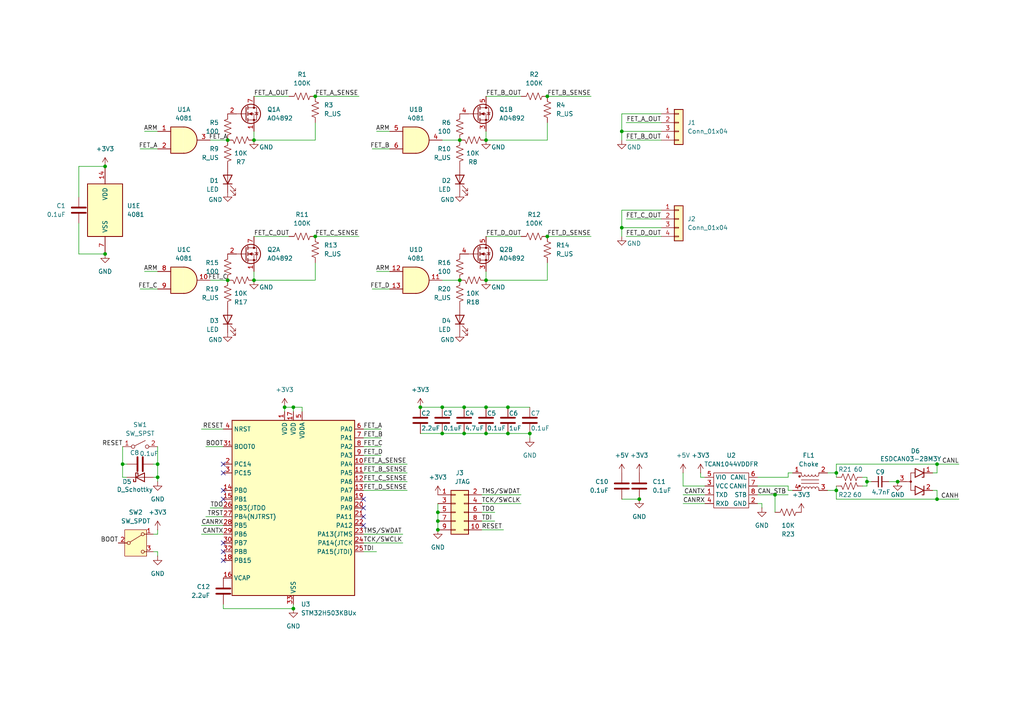
<source format=kicad_sch>
(kicad_sch (version 20231120) (generator "eeschema") (generator_version "8.0")
  (paper "A4")
  (title_block (title "Blaze IO") (date "2024-09-19") (rev "1") (company "UCSC Rocket Team") (comment 1 "Designed by Julian Barbera"))
  (lib_symbols
    (symbol "4xxx:4081" (pin_names (offset 1.016))
      (property "Reference" "U" (at 0 1.27 0))
      (property "Value" "4081" (at 0 -1.27 0))
      (symbol "4081_1_1"
        (pin input line (at -7.62 2.54 0) (length 3.81) (name "~") (number "1"))
        (pin input line (at -7.62 -2.54 0) (length 3.81) (name "~") (number "2"))
        (pin output line (at 7.62 0 180) (length 3.81) (name "~") (number "3"))
      )
      (symbol "4081_1_2"
        (pin input inverted (at -7.62 2.54 0) (length 4.318) (name "~") (number "1"))
        (pin input inverted (at -7.62 -2.54 0) (length 4.318) (name "~") (number "2"))
        (pin output inverted (at 7.62 0 180) (length 3.81) (name "~") (number "3"))
      )
      (symbol "4081_2_1"
        (pin output line (at 7.62 0 180) (length 3.81) (name "~") (number "4"))
        (pin input line (at -7.62 2.54 0) (length 3.81) (name "~") (number "5"))
        (pin input line (at -7.62 -2.54 0) (length 3.81) (name "~") (number "6"))
      )
      (symbol "4081_2_2"
        (pin output inverted (at 7.62 0 180) (length 3.81) (name "~") (number "4"))
        (pin input inverted (at -7.62 2.54 0) (length 4.318) (name "~") (number "5"))
        (pin input inverted (at -7.62 -2.54 0) (length 4.318) (name "~") (number "6"))
      )
      (symbol "4081_3_1"
        (pin output line (at 7.62 0 180) (length 3.81) (name "~") (number "10"))
        (pin input line (at -7.62 2.54 0) (length 3.81) (name "~") (number "8"))
        (pin input line (at -7.62 -2.54 0) (length 3.81) (name "~") (number "9"))
      )
      (symbol "4081_3_2"
        (pin output inverted (at 7.62 0 180) (length 3.81) (name "~") (number "10"))
        (pin input inverted (at -7.62 2.54 0) (length 4.318) (name "~") (number "8"))
        (pin input inverted (at -7.62 -2.54 0) (length 4.318) (name "~") (number "9"))
      )
      (symbol "4081_4_1"
        (pin output line (at 7.62 0 180) (length 3.81) (name "~") (number "11"))
        (pin input line (at -7.62 2.54 0) (length 3.81) (name "~") (number "12"))
        (pin input line (at -7.62 -2.54 0) (length 3.81) (name "~") (number "13"))
      )
      (symbol "4081_4_2"
        (pin output inverted (at 7.62 0 180) (length 3.81) (name "~") (number "11"))
        (pin input inverted (at -7.62 2.54 0) (length 4.318) (name "~") (number "12"))
        (pin input inverted (at -7.62 -2.54 0) (length 4.318) (name "~") (number "13"))
      )
      (symbol "4081_5_0"
        (pin power_in line (at 0 12.7 270) (length 5.08) (name "VDD") (number "14"))
        (pin power_in line (at 0 -12.7 90) (length 5.08) (name "VSS") (number "7"))
      )
    )
    (symbol "Blaze_Lib:TCAN1044"
      (property "Reference" "U" (at 0 8.636 0))
      (property "Value" "TCAN1044VDDFR" (at -0.254 6.604 0))
      (symbol "TCAN1044_0_0"
        (pin output line (at -7.62 -1.27 0) (length 2.54) (name "TXD") (number "1"))
        (pin passive line (at 7.62 -3.81 180) (length 2.54) (name "GND") (number "2"))
        (pin power_in line (at -7.62 1.27 0) (length 2.54) (name "VCC") (number "3"))
        (pin input line (at -7.62 -3.81 0) (length 2.54) (name "RXD") (number "4"))
        (pin power_in line (at -7.62 3.81 0) (length 2.54) (name "VIO") (number "5"))
        (pin bidirectional line (at 7.62 3.81 180) (length 2.54) (name "CANL") (number "6"))
        (pin bidirectional line (at 7.62 1.27 180) (length 2.54) (name "CANH") (number "7"))
        (pin input line (at 7.62 -1.27 180) (length 2.54) (name "STB") (number "8"))
      )
    )
    (symbol "Connector_Generic:Conn_01x04" (pin_names (offset 1.016) hide)
      (property "Reference" "J" (at 0 5.08 0))
      (property "Value" "Conn_01x04" (at 0 -7.62 0))
      (symbol "Conn_01x04_1_1"
        (pin passive line (at -5.08 2.54 0) (length 3.81) (name "Pin_1") (number "1"))
        (pin passive line (at -5.08 0 0) (length 3.81) (name "Pin_2") (number "2"))
        (pin passive line (at -5.08 -2.54 0) (length 3.81) (name "Pin_3") (number "3"))
        (pin passive line (at -5.08 -5.08 0) (length 3.81) (name "Pin_4") (number "4"))
      )
    )
    (symbol "Connector_Generic:Conn_02x05_Odd_Even" (pin_names (offset 1.016) hide)
      (property "Reference" "J" (at 1.27 7.62 0))
      (property "Value" "Conn_02x05_Odd_Even" (at 1.27 -7.62 0))
      (symbol "Conn_02x05_Odd_Even_1_1"
        (pin passive line (at -5.08 5.08 0) (length 3.81) (name "Pin_1") (number "1"))
        (pin passive line (at 7.62 -5.08 180) (length 3.81) (name "Pin_10") (number "10"))
        (pin passive line (at 7.62 5.08 180) (length 3.81) (name "Pin_2") (number "2"))
        (pin passive line (at -5.08 2.54 0) (length 3.81) (name "Pin_3") (number "3"))
        (pin passive line (at 7.62 2.54 180) (length 3.81) (name "Pin_4") (number "4"))
        (pin passive line (at -5.08 0 0) (length 3.81) (name "Pin_5") (number "5"))
        (pin passive line (at 7.62 0 180) (length 3.81) (name "Pin_6") (number "6"))
        (pin passive line (at -5.08 -2.54 0) (length 3.81) (name "Pin_7") (number "7"))
        (pin passive line (at 7.62 -2.54 180) (length 3.81) (name "Pin_8") (number "8"))
        (pin passive line (at -5.08 -5.08 0) (length 3.81) (name "Pin_9") (number "9"))
      )
    )
    (symbol "Device:C" (pin_numbers hide) (pin_names (offset 0.254))
      (property "Reference" "C" (at 0.635 2.54 0))
      (property "Value" "C" (at 0.635 -2.54 0))
      (symbol "C_1_1"
        (pin passive line (at 0 3.81 270) (length 2.794) (name "~") (number "1"))
        (pin passive line (at 0 -3.81 90) (length 2.794) (name "~") (number "2"))
      )
    )
    (symbol "Device:C_Small" (pin_numbers hide) (pin_names (offset 0.254) hide)
      (property "Reference" "C" (at 0.254 1.778 0))
      (property "Value" "C_Small" (at 0.254 -2.032 0))
      (symbol "C_Small_1_1"
        (pin passive line (at 0 2.54 270) (length 2.032) (name "~") (number "1"))
        (pin passive line (at 0 -2.54 90) (length 2.032) (name "~") (number "2"))
      )
    )
    (symbol "Device:D_Schottky" (pin_numbers hide) (pin_names (offset 1.016) hide)
      (property "Reference" "D" (at 0 2.54 0))
      (property "Value" "D_Schottky" (at 0 -2.54 0))
      (symbol "D_Schottky_1_1"
        (pin passive line (at -3.81 0 0) (length 2.54) (name "K") (number "1"))
        (pin passive line (at 3.81 0 180) (length 2.54) (name "A") (number "2"))
      )
    )
    (symbol "Device:LED" (pin_numbers hide) (pin_names (offset 1.016) hide)
      (property "Reference" "D" (at 0 2.54 0))
      (property "Value" "LED" (at 0 -2.54 0))
      (symbol "LED_1_1"
        (pin passive line (at -3.81 0 0) (length 2.54) (name "K") (number "1"))
        (pin passive line (at 3.81 0 180) (length 2.54) (name "A") (number "2"))
      )
    )
    (symbol "Device:R_US" (pin_numbers hide) (pin_names (offset 0))
      (property "Reference" "R" (at 2.54 0 90))
      (property "Value" "R_US" (at -2.54 0 90))
      (symbol "R_US_1_1"
        (pin passive line (at 0 3.81 270) (length 1.27) (name "~") (number "1"))
        (pin passive line (at 0 -3.81 90) (length 1.27) (name "~") (number "2"))
      )
    )
    (symbol "Filter:Choke_Coilcraft_0603USB-142" (pin_names (offset 0.254) hide)
      (property "Reference" "FL" (at 0 4.445 0))
      (property "Value" "Choke_Coilcraft_0603USB-142" (at 0 -4.445 0))
      (symbol "Choke_Coilcraft_0603USB-142_1_1"
        (pin passive line (at -5.08 2.54 0) (length 2.54) (name "1") (number "1"))
        (pin passive line (at 5.08 2.54 180) (length 2.54) (name "2") (number "2"))
        (pin passive line (at 5.08 -2.54 180) (length 2.54) (name "3") (number "3"))
        (pin passive line (at -5.08 -2.54 0) (length 2.54) (name "4") (number "4"))
      )
    )
    (symbol "MCU_ST_STM32H5:STM32H503KBUx"
      (property "Reference" "U" (at -17.78 26.67 0))
      (property "Value" "STM32H503KBUx" (at 5.08 26.67 0))
      (symbol "STM32H503KBUx_1_1"
        (pin power_in line (at -2.54 27.94 270) (length 2.54) (name "VDD") (number "1"))
        (pin bidirectional line (at 20.32 12.7 180) (length 2.54) (name "PA4") (number "10"))
        (pin bidirectional line (at 20.32 10.16 180) (length 2.54) (name "PA5") (number "11"))
        (pin bidirectional line (at 20.32 7.62 180) (length 2.54) (name "PA6") (number "12"))
        (pin bidirectional line (at 20.32 5.08 180) (length 2.54) (name "PA7") (number "13"))
        (pin bidirectional line (at -20.32 5.08 0) (length 2.54) (name "PB0") (number "14"))
        (pin bidirectional line (at -20.32 2.54 0) (length 2.54) (name "PB1") (number "15"))
        (pin power_out line (at -20.32 -20.32 0) (length 2.54) (name "VCAP") (number "16"))
        (pin power_in line (at 0 27.94 270) (length 2.54) (name "VDD") (number "17"))
        (pin bidirectional line (at -20.32 -15.24 0) (length 2.54) (name "PB15") (number "18"))
        (pin bidirectional line (at 20.32 2.54 180) (length 2.54) (name "PA8") (number "19"))
        (pin bidirectional line (at -20.32 12.7 0) (length 2.54) (name "PC14") (number "2"))
        (pin bidirectional line (at 20.32 0 180) (length 2.54) (name "PA9") (number "20"))
        (pin bidirectional line (at 20.32 -2.54 180) (length 2.54) (name "PA11") (number "21"))
        (pin bidirectional line (at 20.32 -5.08 180) (length 2.54) (name "PA12") (number "22"))
        (pin bidirectional line (at 20.32 -7.62 180) (length 2.54) (name "PA13(JTMS") (number "23"))
        (pin bidirectional line (at 20.32 -10.16 180) (length 2.54) (name "PA14(JTCK") (number "24"))
        (pin bidirectional line (at 20.32 -12.7 180) (length 2.54) (name "PA15(JTDI)") (number "25"))
        (pin bidirectional line (at -20.32 0 0) (length 2.54) (name "PB3(JTDO") (number "26"))
        (pin bidirectional line (at -20.32 -2.54 0) (length 2.54) (name "PB4(NJTRST)") (number "27"))
        (pin bidirectional line (at -20.32 -5.08 0) (length 2.54) (name "PB5") (number "28"))
        (pin bidirectional line (at -20.32 -7.62 0) (length 2.54) (name "PB6") (number "29"))
        (pin bidirectional line (at -20.32 10.16 0) (length 2.54) (name "PC15") (number "3"))
        (pin bidirectional line (at -20.32 -10.16 0) (length 2.54) (name "PB7") (number "30"))
        (pin input line (at -20.32 17.78 0) (length 2.54) (name "BOOT0") (number "31"))
        (pin bidirectional line (at -20.32 -12.7 0) (length 2.54) (name "PB8") (number "32"))
        (pin power_in line (at 0 -27.94 90) (length 2.54) (name "VSS") (number "33"))
        (pin input line (at -20.32 22.86 0) (length 2.54) (name "NRST") (number "4"))
        (pin power_in line (at 2.54 27.94 270) (length 2.54) (name "VDDA") (number "5"))
        (pin bidirectional line (at 20.32 22.86 180) (length 2.54) (name "PA0") (number "6"))
        (pin bidirectional line (at 20.32 20.32 180) (length 2.54) (name "PA1") (number "7"))
        (pin bidirectional line (at 20.32 17.78 180) (length 2.54) (name "PA2") (number "8"))
        (pin bidirectional line (at 20.32 15.24 180) (length 2.54) (name "PA3") (number "9"))
      )
    )
    (symbol "Power_Protection:RCLAMP0582B" (pin_names hide)
      (property "Reference" "D" (at 0 5.08 0))
      (property "Value" "RCLAMP0582B" (at 0 -5.08 0))
      (symbol "RCLAMP0582B_0_1"
        (pin passive line (at -5.08 0 0) (length 2.54) (name "A") (number "3"))
      )
      (symbol "RCLAMP0582B_1_1"
        (pin passive line (at 5.08 2.54 180) (length 2.54) (name "K1") (number "1"))
        (pin passive line (at 5.08 -2.54 180) (length 2.54) (name "K2") (number "2"))
      )
    )
    (symbol "Switch:SW_SPDT" (pin_names (offset 0) hide)
      (property "Reference" "SW" (at 0 5.08 0))
      (property "Value" "SW_SPDT" (at 0 -5.08 0))
      (symbol "SW_SPDT_1_1"
        (pin passive line (at 5.08 2.54 180) (length 2.54) (name "A") (number "1"))
        (pin passive line (at -5.08 0 0) (length 2.54) (name "B") (number "2"))
        (pin passive line (at 5.08 -2.54 180) (length 2.54) (name "C") (number "3"))
      )
    )
    (symbol "Switch:SW_SPST" (pin_names (offset 0) hide)
      (property "Reference" "SW" (at 0 3.175 0))
      (property "Value" "SW_SPST" (at 0 -2.54 0))
      (symbol "SW_SPST_1_1"
        (pin passive line (at -5.08 0 0) (length 2.54) (name "A") (number "1"))
        (pin passive line (at 5.08 0 180) (length 2.54) (name "B") (number "2"))
      )
    )
    (symbol "Transistor_FET:AO4892" (pin_names hide)
      (property "Reference" "Q" (at 5.08 1.905 0))
      (property "Value" "AO4892" (at 5.08 0 0))
      (symbol "AO4892_1_1"
        (pin passive line (at 2.54 -5.08 90) (length 2.54) (name "S1") (number "1"))
        (pin passive line (at -5.08 0 0) (length 2.54) (name "G1") (number "2"))
        (pin passive line (at 2.54 5.08 270) (length 2.54) (name "D1") (number "7"))
        (pin passive line (at 2.54 5.08 270) (length 2.54) hide (name "D1") (number "8"))
      )
      (symbol "AO4892_2_1"
        (pin passive line (at 2.54 -5.08 90) (length 2.54) (name "S2") (number "3"))
        (pin passive line (at -5.08 0 0) (length 2.54) (name "G2") (number "4"))
        (pin passive line (at 2.54 5.08 270) (length 2.54) (name "D2") (number "5"))
        (pin passive line (at 2.54 5.08 270) (length 2.54) hide (name "D2") (number "6"))
      )
    )
    (symbol "power:+3V3" (power) (pin_numbers hide) (pin_names (offset 0) hide)
      (property "Value" "+3V3" (at 0 3.556 0))
      (symbol "+3V3_1_1"
        (pin power_in line (at 0 0 90) (length 0) (name "~") (number "1"))
      )
    )
    (symbol "power:GND" (power) (pin_numbers hide) (pin_names (offset 0) hide)
      (property "Value" "GND" (at 0 -3.81 0))
      (symbol "GND_1_1"
        (pin power_in line (at 0 0 270) (length 0) (name "~") (number "1"))
      )
    )
  )
  (junction (at 134.62 118.11))
  (junction (at 158.75 68.58))
  (junction (at 147.32 125.73))
  (junction (at 140.97 125.73))
  (junction (at 180.34 66.04))
  (junction (at 91.44 27.94))
  (junction (at 185.42 144.78))
  (junction (at 35.56 134.62))
  (junction (at 45.72 134.62))
  (junction (at 134.62 125.73))
  (junction (at 85.09 176.53))
  (junction (at 133.35 40.64))
  (junction (at 73.66 81.28))
  (junction (at 133.35 81.28))
  (junction (at 30.48 48.26))
  (junction (at 127 148.59))
  (junction (at 127 151.13))
  (junction (at 153.67 125.73))
  (junction (at 147.32 118.11))
  (junction (at 260.35 139.7))
  (junction (at 140.97 40.64))
  (junction (at 127 153.67))
  (junction (at 180.34 38.1))
  (junction (at 82.55 118.11))
  (junction (at 158.75 27.94))
  (junction (at 128.27 118.11))
  (junction (at 30.48 73.66))
  (junction (at 140.97 118.11))
  (junction (at 66.04 40.64))
  (junction (at 66.04 81.28))
  (junction (at 85.09 118.11))
  (junction (at 121.92 118.11))
  (junction (at 91.44 68.58))
  (junction (at 242.57 137.16))
  (junction (at 45.72 138.43))
  (junction (at 128.27 125.73))
  (junction (at 251.46 139.7))
  (junction (at 271.78 134.62))
  (junction (at 140.97 81.28))
  (junction (at 242.57 142.24))
  (junction (at 73.66 40.64))
  (junction (at 224.79 143.51))
  (junction (at 271.78 144.78))
  (no_connect (at 64.77 142.24))
  (no_connect (at 64.77 137.16))
  (no_connect (at 64.77 157.48))
  (no_connect (at 64.77 160.02))
  (no_connect (at 105.41 144.78))
  (no_connect (at 64.77 134.62))
  (no_connect (at 105.41 149.86))
  (no_connect (at 64.77 162.56))
  (no_connect (at 105.41 147.32))
  (no_connect (at 105.41 152.4))
  (no_connect (at 64.77 144.78))
  (wire (pts (xy 64.77 175.26) (xy 64.77 176.53)))
  (wire (pts (xy 41.91 78.74) (xy 45.72 78.74)))
  (wire (pts (xy 85.09 118.11) (xy 87.63 118.11)))
  (wire (pts (xy 228.6 138.43) (xy 228.6 137.16)))
  (wire (pts (xy 121.92 118.11) (xy 128.27 118.11)))
  (wire (pts (xy 91.44 40.64) (xy 91.44 35.56)))
  (wire (pts (xy 105.41 157.48) (xy 116.84 157.48)))
  (wire (pts (xy 109.22 78.74) (xy 113.03 78.74)))
  (wire (pts (xy 158.75 76.2) (xy 158.75 81.28)))
  (wire (pts (xy 180.34 38.1) (xy 180.34 33.02)))
  (wire (pts (xy 181.61 68.58) (xy 191.77 68.58)))
  (wire (pts (xy 203.2 137.16) (xy 203.2 138.43)))
  (wire (pts (xy 22.86 48.26) (xy 30.48 48.26)))
  (wire (pts (xy 181.61 35.56) (xy 191.77 35.56)))
  (wire (pts (xy 45.72 160.02) (xy 44.45 160.02)))
  (wire (pts (xy 240.03 142.24) (xy 242.57 142.24)))
  (wire (pts (xy 140.97 68.58) (xy 151.13 68.58)))
  (wire (pts (xy 45.72 138.43) (xy 45.72 139.7)))
  (wire (pts (xy 250.19 140.97) (xy 251.46 140.97)))
  (wire (pts (xy 128.27 125.73) (xy 134.62 125.73)))
  (wire (pts (xy 139.7 148.59) (xy 143.51 148.59)))
  (wire (pts (xy 91.44 27.94) (xy 104.14 27.94)))
  (wire (pts (xy 85.09 118.11) (xy 85.09 119.38)))
  (wire (pts (xy 35.56 134.62) (xy 36.83 134.62)))
  (wire (pts (xy 45.72 138.43) (xy 44.45 138.43)))
  (wire (pts (xy 45.72 153.67) (xy 45.72 154.94)))
  (wire (pts (xy 41.91 38.1) (xy 45.72 38.1)))
  (wire (pts (xy 204.47 140.97) (xy 198.12 140.97)))
  (wire (pts (xy 105.41 134.62) (xy 118.11 134.62)))
  (wire (pts (xy 180.34 38.1) (xy 191.77 38.1)))
  (wire (pts (xy 242.57 134.62) (xy 271.78 134.62)))
  (wire (pts (xy 134.62 125.73) (xy 140.97 125.73)))
  (wire (pts (xy 58.42 154.94) (xy 64.77 154.94)))
  (wire (pts (xy 40.64 83.82) (xy 45.72 83.82)))
  (wire (pts (xy 180.34 60.96) (xy 180.34 66.04)))
  (wire (pts (xy 219.71 143.51) (xy 224.79 143.51)))
  (wire (pts (xy 134.62 118.11) (xy 140.97 118.11)))
  (wire (pts (xy 35.56 129.54) (xy 35.56 134.62)))
  (wire (pts (xy 60.96 147.32) (xy 64.77 147.32)))
  (wire (pts (xy 35.56 134.62) (xy 35.56 138.43)))
  (wire (pts (xy 139.7 153.67) (xy 146.05 153.67)))
  (wire (pts (xy 242.57 144.78) (xy 271.78 144.78)))
  (wire (pts (xy 82.55 118.11) (xy 82.55 119.38)))
  (wire (pts (xy 271.78 134.62) (xy 278.13 134.62)))
  (wire (pts (xy 158.75 40.64) (xy 140.97 40.64)))
  (wire (pts (xy 60.96 81.28) (xy 66.04 81.28)))
  (wire (pts (xy 139.7 151.13) (xy 143.51 151.13)))
  (wire (pts (xy 105.41 160.02) (xy 109.22 160.02)))
  (wire (pts (xy 140.97 78.74) (xy 140.97 81.28)))
  (wire (pts (xy 242.57 137.16) (xy 242.57 138.43)))
  (wire (pts (xy 180.34 33.02) (xy 191.77 33.02)))
  (wire (pts (xy 128.27 81.28) (xy 133.35 81.28)))
  (wire (pts (xy 271.78 137.16) (xy 271.78 134.62)))
  (wire (pts (xy 22.86 73.66) (xy 30.48 73.66)))
  (wire (pts (xy 219.71 138.43) (xy 228.6 138.43)))
  (wire (pts (xy 181.61 40.64) (xy 191.77 40.64)))
  (wire (pts (xy 153.67 125.73) (xy 147.32 125.73)))
  (wire (pts (xy 105.41 137.16) (xy 118.11 137.16)))
  (wire (pts (xy 203.2 138.43) (xy 204.47 138.43)))
  (wire (pts (xy 198.12 143.51) (xy 204.47 143.51)))
  (wire (pts (xy 105.41 154.94) (xy 116.84 154.94)))
  (wire (pts (xy 60.96 40.64) (xy 66.04 40.64)))
  (wire (pts (xy 127 151.13) (xy 127 153.67)))
  (wire (pts (xy 73.66 78.74) (xy 73.66 81.28)))
  (wire (pts (xy 251.46 139.7) (xy 252.73 139.7)))
  (wire (pts (xy 257.81 139.7) (xy 260.35 139.7)))
  (wire (pts (xy 45.72 154.94) (xy 44.45 154.94)))
  (wire (pts (xy 105.41 129.54) (xy 110.49 129.54)))
  (wire (pts (xy 40.64 43.18) (xy 45.72 43.18)))
  (wire (pts (xy 128.27 40.64) (xy 133.35 40.64)))
  (wire (pts (xy 105.41 124.46) (xy 110.49 124.46)))
  (wire (pts (xy 228.6 142.24) (xy 229.87 142.24)))
  (wire (pts (xy 121.92 125.73) (xy 128.27 125.73)))
  (wire (pts (xy 107.95 43.18) (xy 113.03 43.18)))
  (wire (pts (xy 59.69 149.86) (xy 64.77 149.86)))
  (wire (pts (xy 140.97 118.11) (xy 147.32 118.11)))
  (wire (pts (xy 158.75 27.94) (xy 171.45 27.94)))
  (wire (pts (xy 180.34 66.04) (xy 191.77 66.04)))
  (wire (pts (xy 73.66 27.94) (xy 83.82 27.94)))
  (wire (pts (xy 158.75 68.58) (xy 171.45 68.58)))
  (wire (pts (xy 250.19 138.43) (xy 251.46 138.43)))
  (wire (pts (xy 128.27 118.11) (xy 134.62 118.11)))
  (wire (pts (xy 220.98 147.32) (xy 220.98 146.05)))
  (wire (pts (xy 158.75 81.28) (xy 140.97 81.28)))
  (wire (pts (xy 45.72 134.62) (xy 44.45 134.62)))
  (wire (pts (xy 45.72 134.62) (xy 45.72 138.43)))
  (wire (pts (xy 127 148.59) (xy 127 151.13)))
  (wire (pts (xy 105.41 139.7) (xy 118.11 139.7)))
  (wire (pts (xy 107.95 83.82) (xy 113.03 83.82)))
  (wire (pts (xy 242.57 137.16) (xy 242.57 134.62)))
  (wire (pts (xy 228.6 140.97) (xy 228.6 142.24)))
  (wire (pts (xy 91.44 81.28) (xy 91.44 76.2)))
  (wire (pts (xy 85.09 176.53) (xy 85.09 175.26)))
  (wire (pts (xy 180.34 68.58) (xy 180.34 66.04)))
  (wire (pts (xy 105.41 142.24) (xy 118.11 142.24)))
  (wire (pts (xy 147.32 118.11) (xy 153.67 118.11)))
  (wire (pts (xy 270.51 137.16) (xy 271.78 137.16)))
  (wire (pts (xy 270.51 142.24) (xy 271.78 142.24)))
  (wire (pts (xy 224.79 143.51) (xy 224.79 148.59)))
  (wire (pts (xy 139.7 146.05) (xy 151.13 146.05)))
  (wire (pts (xy 73.66 38.1) (xy 73.66 40.64)))
  (wire (pts (xy 109.22 38.1) (xy 113.03 38.1)))
  (wire (pts (xy 64.77 176.53) (xy 85.09 176.53)))
  (wire (pts (xy 59.69 129.54) (xy 64.77 129.54)))
  (wire (pts (xy 45.72 129.54) (xy 45.72 134.62)))
  (wire (pts (xy 73.66 40.64) (xy 91.44 40.64)))
  (wire (pts (xy 82.55 118.11) (xy 85.09 118.11)))
  (wire (pts (xy 242.57 142.24) (xy 242.57 144.78)))
  (wire (pts (xy 219.71 140.97) (xy 228.6 140.97)))
  (wire (pts (xy 140.97 38.1) (xy 140.97 40.64)))
  (wire (pts (xy 191.77 60.96) (xy 180.34 60.96)))
  (wire (pts (xy 73.66 81.28) (xy 91.44 81.28)))
  (wire (pts (xy 58.42 124.46) (xy 64.77 124.46)))
  (wire (pts (xy 105.41 132.08) (xy 110.49 132.08)))
  (wire (pts (xy 140.97 125.73) (xy 147.32 125.73)))
  (wire (pts (xy 224.79 143.51) (xy 228.6 143.51)))
  (wire (pts (xy 271.78 142.24) (xy 271.78 144.78)))
  (wire (pts (xy 45.72 160.02) (xy 45.72 161.29)))
  (wire (pts (xy 91.44 68.58) (xy 104.14 68.58)))
  (wire (pts (xy 240.03 137.16) (xy 242.57 137.16)))
  (wire (pts (xy 198.12 140.97) (xy 198.12 137.16)))
  (wire (pts (xy 22.86 57.15) (xy 22.86 48.26)))
  (wire (pts (xy 58.42 152.4) (xy 64.77 152.4)))
  (wire (pts (xy 153.67 127) (xy 153.67 125.73)))
  (wire (pts (xy 242.57 142.24) (xy 242.57 140.97)))
  (wire (pts (xy 105.41 127) (xy 110.49 127)))
  (wire (pts (xy 87.63 118.11) (xy 87.63 119.38)))
  (wire (pts (xy 180.34 144.78) (xy 185.42 144.78)))
  (wire (pts (xy 22.86 64.77) (xy 22.86 73.66)))
  (wire (pts (xy 180.34 40.64) (xy 180.34 38.1)))
  (wire (pts (xy 198.12 146.05) (xy 204.47 146.05)))
  (wire (pts (xy 139.7 143.51) (xy 151.13 143.51)))
  (wire (pts (xy 35.56 138.43) (xy 36.83 138.43)))
  (wire (pts (xy 127 146.05) (xy 127 148.59)))
  (wire (pts (xy 271.78 144.78) (xy 278.13 144.78)))
  (wire (pts (xy 73.66 68.58) (xy 83.82 68.58)))
  (wire (pts (xy 251.46 140.97) (xy 251.46 139.7)))
  (wire (pts (xy 140.97 27.94) (xy 151.13 27.94)))
  (wire (pts (xy 251.46 138.43) (xy 251.46 139.7)))
  (wire (pts (xy 181.61 63.5) (xy 191.77 63.5)))
  (wire (pts (xy 220.98 146.05) (xy 219.71 146.05)))
  (wire (pts (xy 228.6 137.16) (xy 229.87 137.16)))
  (wire (pts (xy 158.75 35.56) (xy 158.75 40.64)))
  (label "FET_A_SENSE" (at 91.44 27.94 0))
  (label "TCK{slash}SWCLK" (at 105.41 157.48 0))
  (label "RESET" (at 64.77 124.46 180))
  (label "FET_B_SENSE" (at 158.75 27.94 0))
  (label "TDO" (at 64.77 147.32 180))
  (label "TRST" (at 64.77 149.86 180))
  (label "CANH" (at 278.13 144.78 180))
  (label "ARM" (at 45.72 78.74 180))
  (label "FET_C" (at 105.41 129.54 0))
  (label "FET_B_SENSE" (at 105.41 137.16 0))
  (label "FET_A" (at 66.04 40.64 180))
  (label "CANRX" (at 64.77 152.4 180))
  (label "RESET" (at 139.7 153.67 0))
  (label "FET_C_SENSE" (at 91.44 68.58 0))
  (label "FET_D_OUT" (at 140.97 68.58 0))
  (label "CANTX" (at 64.77 154.94 180))
  (label "TDI" (at 105.41 160.02 0))
  (label "RESET" (at 35.56 129.54 180))
  (label "ARM" (at 113.03 78.74 180))
  (label "FET_A_SENSE" (at 105.41 134.62 0))
  (label "TDI" (at 139.7 151.13 0))
  (label "TMS{slash}SWDAT" (at 139.7 143.51 0))
  (label "FET_B_OUT" (at 140.97 27.94 0))
  (label "TMS{slash}SWDAT" (at 105.41 154.94 0))
  (label "CANTX" (at 204.47 143.51 180))
  (label "BOOT" (at 64.77 129.54 180))
  (label "FET_D_OUT" (at 191.77 68.58 180))
  (label "FET_A" (at 105.41 124.46 0))
  (label "FET_C_OUT" (at 73.66 68.58 0))
  (label "FET_D" (at 113.03 83.82 180))
  (label "FET_B" (at 113.03 43.18 180))
  (label "CANRX" (at 204.47 146.05 180))
  (label "FET_C_SENSE" (at 105.41 139.7 0))
  (label "FET_D_SENSE" (at 158.75 68.58 0))
  (label "FET_A_OUT" (at 191.77 35.56 180))
  (label "FET_B_OUT" (at 191.77 40.64 180))
  (label "FET_B" (at 105.41 127 0))
  (label "TDO" (at 139.7 148.59 0))
  (label "ARM" (at 45.72 38.1 180))
  (label "BOOT" (at 34.29 157.48 180))
  (label "FET_C" (at 45.72 83.82 180))
  (label "FET_D_SENSE" (at 105.41 142.24 0))
  (label "FET_C_OUT" (at 191.77 63.5 180))
  (label "FET_D" (at 105.41 132.08 0))
  (label "FET_A" (at 45.72 43.18 180))
  (label "FET_C" (at 66.04 81.28 180))
  (label "ARM" (at 113.03 38.1 180))
  (label "CANL" (at 278.13 134.62 180))
  (label "CAN_STB" (at 219.71 143.51 0))
  (label "TCK{slash}SWCLK" (at 139.7 146.05 0))
  (label "FET_A_OUT" (at 73.66 27.94 0))
  (symbol (lib_id "Device:R_US") (at 66.04 44.45 0) (mirror y) (unit 1)
    (property "Reference" "R9" (at 63.5 43.1799 0) (effects (justify left)))
    (property "Value" "R_US" (at 63.5 45.7199 0) (effects (justify left)))
    (property "Description" "Resistor, US symbol" (effects (hide yes)))
  )
  (symbol (lib_id "power:GND") (at 45.72 161.29 0) (unit 1)
    (property "Reference" "#PWR028" (effects (hide yes)))
    (property "Value" "GND" (at 45.72 166.37 0))
    (property "Description" "Power symbol creates a global label with name \"GND\" , ground" (effects (hide yes)))
  )
  (symbol (lib_id "Device:R_US") (at 91.44 72.39 180) (unit 1)
    (property "Reference" "R13" (at 93.98 71.1199 0) (effects (justify right)))
    (property "Value" "R_US" (at 93.98 73.6599 0) (effects (justify right)))
    (property "Description" "Resistor, US symbol" (effects (hide yes)))
  )
  (symbol (lib_id "Device:R_US") (at 69.85 81.28 90) (mirror x) (unit 1)
    (property "Reference" "R17" (at 69.85 87.63 90))
    (property "Value" "10K" (at 69.85 85.09 90))
    (property "Description" "Resistor, US symbol" (effects (hide yes)))
  )
  (symbol (lib_id "Device:R_US") (at 137.16 81.28 90) (mirror x) (unit 1)
    (property "Reference" "R18" (at 137.16 87.63 90))
    (property "Value" "10K" (at 137.16 85.09 90))
    (property "Description" "Resistor, US symbol" (effects (hide yes)))
  )
  (symbol (lib_id "power:GND") (at 66.04 55.88 0) (mirror y) (unit 1)
    (property "Reference" "#PWR05" (effects (hide yes)))
    (property "Value" "GND" (at 62.484 57.912 0))
    (property "Description" "Power symbol creates a global label with name \"GND\" , ground" (effects (hide yes)))
  )
  (symbol (lib_id "power:+3V3") (at 45.72 153.67 0) (unit 1)
    (property "Reference" "#PWR026" (effects (hide yes)))
    (property "Value" "+3V3" (at 45.72 148.59 0))
    (property "Description" "Power symbol creates a global label with name \"+3V3\"" (effects (hide yes)))
  )
  (symbol (lib_id "Device:C") (at 128.27 121.92 0) (unit 1)
    (property "Reference" "C3" (at 128.524 119.888 0) (effects (justify left)))
    (property "Value" "0.1uF" (at 128.524 124.206 0) (effects (justify left)))
    (property "Description" "Unpolarized capacitor" (effects (hide yes)))
  )
  (symbol (lib_id "Device:R_US") (at 66.04 36.83 0) (mirror y) (unit 1)
    (property "Reference" "R5" (at 63.5 35.5599 0) (effects (justify left)))
    (property "Value" "100" (at 63.5 38.0999 0) (effects (justify left)))
    (property "Description" "Resistor, US symbol" (effects (hide yes)))
  )
  (symbol (lib_id "power:+3V3") (at 121.92 118.11 0) (unit 1)
    (property "Reference" "#PWR014" (effects (hide yes)))
    (property "Value" "+3V3" (at 121.92 113.03 0))
    (property "Description" "Power symbol creates a global label with name \"+3V3\"" (effects (hide yes)))
  )
  (symbol (lib_id "Device:C") (at 153.67 121.92 0) (unit 1)
    (property "Reference" "C7" (at 153.924 119.888 0) (effects (justify left)))
    (property "Value" "0.1uF" (at 153.924 124.206 0) (effects (justify left)))
    (property "Description" "Unpolarized capacitor" (effects (hide yes)))
  )
  (symbol (lib_id "Device:R_US") (at 158.75 72.39 180) (unit 1)
    (property "Reference" "R14" (at 161.29 71.1199 0) (effects (justify right)))
    (property "Value" "R_US" (at 161.29 73.6599 0) (effects (justify right)))
    (property "Description" "Resistor, US symbol" (effects (hide yes)))
  )
  (symbol (lib_id "Device:D_Schottky") (at 40.64 138.43 0) (mirror x) (unit 1)
    (property "Reference" "D5" (at 36.83 139.7 0))
    (property "Value" "D_Schottky" (at 39.116 141.986 0))
    (property "Description" "Schottky diode" (effects (hide yes)))
  )
  (symbol (lib_id "power:GND") (at 73.66 40.64 0) (unit 1)
    (property "Reference" "#PWR01" (effects (hide yes)))
    (property "Value" "GND" (at 77.216 42.672 0))
    (property "Description" "Power symbol creates a global label with name \"GND\" , ground" (effects (hide yes)))
  )
  (symbol (lib_id "4xxx:4081") (at 120.65 40.64 0) (unit 2)
    (property "Reference" "U1" (at 120.6417 31.75 0))
    (property "Value" "4081" (at 120.6417 34.29 0))
    (property "Datasheet" "http://www.intersil.com/content/dam/Intersil/documents/cd40/cd4073bms-81bms-82bms.pdf" (effects (hide yes)))
    (property "Description" "Quad And 2 inputs" (effects (hide yes)))
  )
  (symbol (lib_id "Device:R_US") (at 133.35 85.09 0) (mirror y) (unit 1)
    (property "Reference" "R20" (at 130.81 83.8199 0) (effects (justify left)))
    (property "Value" "R_US" (at 130.81 86.3599 0) (effects (justify left)))
    (property "Description" "Resistor, US symbol" (effects (hide yes)))
  )
  (symbol (lib_id "Device:R_US") (at 154.94 68.58 90) (unit 1)
    (property "Reference" "R12" (at 154.94 62.23 90))
    (property "Value" "100K" (at 154.94 64.77 90))
    (property "Description" "Resistor, US symbol" (effects (hide yes)))
  )
  (symbol (lib_id "power:GND") (at 153.67 127 0) (unit 1)
    (property "Reference" "#PWR015" (effects (hide yes)))
    (property "Value" "GND" (at 153.67 132.08 0))
    (property "Description" "Power symbol creates a global label with name \"GND\" , ground" (effects (hide yes)))
  )
  (symbol (lib_id "Device:LED") (at 133.35 92.71 90) (unit 1)
    (property "Reference" "D4" (at 130.81 93.0274 90) (effects (justify left)))
    (property "Value" "LED" (at 130.81 95.5674 90) (effects (justify left)))
    (property "Description" "Light emitting diode" (effects (hide yes)))
  )
  (symbol (lib_id "Device:R_US") (at 87.63 68.58 90) (unit 1)
    (property "Reference" "R11" (at 87.63 62.23 90))
    (property "Value" "100K" (at 87.63 64.77 90))
    (property "Description" "Resistor, US symbol" (effects (hide yes)))
  )
  (symbol (lib_id "power:+3V3") (at 232.41 148.59 0) (unit 1)
    (property "Reference" "#PWR025" (effects (hide yes)))
    (property "Value" "+3V3" (at 232.41 143.51 0))
    (property "Description" "Power symbol creates a global label with name \"+3V3\"" (effects (hide yes)))
  )
  (symbol (lib_id "Transistor_FET:AO4892") (at 71.12 33.02 0) (unit 1)
    (property "Reference" "Q1" (at 77.47 31.7499 0) (effects (justify left)))
    (property "Value" "AO4892" (at 77.47 34.2899 0) (effects (justify left)))
    (property "Footprint" "Package_SO:SOIC-8_3.9x4.9mm_P1.27mm" (effects (hide yes)))
    (property "Datasheet" "https://aosmd.com/sites/default/files/res/datasheets/AO4892.pdf" (effects (hide yes)))
    (property "Description" "4A Id, 100V Vds, Dual N-Channel MOSFET, 68mOhm Ron, SO-8" (effects (hide yes)))
  )
  (symbol (lib_id "power:GND") (at 66.04 96.52 0) (mirror y) (unit 1)
    (property "Reference" "#PWR011" (effects (hide yes)))
    (property "Value" "GND" (at 62.484 98.552 0))
    (property "Description" "Power symbol creates a global label with name \"GND\" , ground" (effects (hide yes)))
  )
  (symbol (lib_id "Blaze_Lib:TCAN1044") (at 212.09 142.24 0) (unit 1)
    (property "Reference" "U2" (at 212.09 132.08 0))
    (property "Value" "TCAN1044VDDFR" (at 212.09 134.62 0))
  )
  (symbol (lib_id "Device:R_US") (at 246.38 138.43 90) (unit 1)
    (property "Reference" "R21" (at 245.11 136.144 90))
    (property "Value" "60" (at 248.92 136.144 90))
    (property "Description" "Resistor, US symbol" (effects (hide yes)))
  )
  (symbol (lib_id "Device:C") (at 147.32 121.92 0) (unit 1)
    (property "Reference" "C6" (at 147.574 119.888 0) (effects (justify left)))
    (property "Value" "1uF" (at 147.574 124.206 0) (effects (justify left)))
    (property "Description" "Unpolarized capacitor" (effects (hide yes)))
  )
  (symbol (lib_id "4xxx:4081") (at 53.34 40.64 0) (unit 1)
    (property "Reference" "U1" (at 53.3317 31.75 0))
    (property "Value" "4081" (at 53.3317 34.29 0))
    (property "Datasheet" "http://www.intersil.com/content/dam/Intersil/documents/cd40/cd4073bms-81bms-82bms.pdf" (effects (hide yes)))
    (property "Description" "Quad And 2 inputs" (effects (hide yes)))
  )
  (symbol (lib_id "Connector_Generic:Conn_02x05_Odd_Even") (at 132.08 148.59 0) (unit 1)
    (property "Reference" "J3" (at 133.35 137.16 0))
    (property "Value" "JTAG" (at 134.112 139.7 0))
    (property "Description" "Generic connector, double row, 02x05, odd/even pin numbering scheme (row 1 odd numbers, row 2 even numbers), script generated (kicad-library-utils/schlib/autogen/connector/)" (effects (hide yes)))
  )
  (symbol (lib_id "power:GND") (at 127 153.67 0) (unit 1)
    (property "Reference" "#PWR027" (effects (hide yes)))
    (property "Value" "GND" (at 127 158.75 0))
    (property "Description" "Power symbol creates a global label with name \"GND\" , ground" (effects (hide yes)))
  )
  (symbol (lib_id "power:+3V3") (at 198.12 137.16 0) (unit 1)
    (property "Reference" "#PWR018" (effects (hide yes)))
    (property "Value" "+5V" (at 198.12 132.08 0))
    (property "Description" "Power symbol creates a global label with name \"+3V3\"" (effects (hide yes)))
  )
  (symbol (lib_id "Device:R_US") (at 69.85 40.64 90) (mirror x) (unit 1)
    (property "Reference" "R7" (at 69.85 46.99 90))
    (property "Value" "10K" (at 69.85 44.45 90))
    (property "Description" "Resistor, US symbol" (effects (hide yes)))
  )
  (symbol (lib_id "power:GND") (at 140.97 81.28 0) (unit 1)
    (property "Reference" "#PWR010" (effects (hide yes)))
    (property "Value" "GND" (at 144.526 83.312 0))
    (property "Description" "Power symbol creates a global label with name \"GND\" , ground" (effects (hide yes)))
  )
  (symbol (lib_id "4xxx:4081") (at 30.48 60.96 0) (unit 5)
    (property "Reference" "U1" (at 36.83 59.6899 0) (effects (justify left)))
    (property "Value" "4081" (at 36.83 62.2299 0) (effects (justify left)))
    (property "Datasheet" "http://www.intersil.com/content/dam/Intersil/documents/cd40/cd4073bms-81bms-82bms.pdf" (effects (hide yes)))
    (property "Description" "Quad And 2 inputs" (effects (hide yes)))
  )
  (symbol (lib_id "Power_Protection:RCLAMP0582B") (at 265.43 139.7 0) (unit 1)
    (property "Reference" "D6" (at 265.4935 130.81 0))
    (property "Value" "ESDCAN03-2BM3Y" (at 264.16 133.096 0))
    (property "Footprint" "Package_TO_SOT_SMD:SOT-416" (effects (hide yes)))
    (property "Datasheet" "https://www.semtech.com/products/circuit-protection/low-capacitance/rclamp0582b" (effects (hide yes)))
    (property "Description" "Low capacitance unidirectional dual ESD protection diode, SC-75" (effects (hide yes)))
  )
  (symbol (lib_id "power:GND") (at 45.72 139.7 0) (unit 1)
    (property "Reference" "#PWR020" (effects (hide yes)))
    (property "Value" "GND" (at 45.72 144.78 0))
    (property "Description" "Power symbol creates a global label with name \"GND\" , ground" (effects (hide yes)))
  )
  (symbol (lib_id "Device:LED") (at 66.04 52.07 90) (unit 1)
    (property "Reference" "D1" (at 63.5 52.3874 90) (effects (justify left)))
    (property "Value" "LED" (at 63.5 54.9274 90) (effects (justify left)))
    (property "Description" "Light emitting diode" (effects (hide yes)))
  )
  (symbol (lib_id "Device:C") (at 185.42 140.97 0) (unit 1)
    (property "Reference" "C11" (at 189.23 139.6999 0) (effects (justify left)))
    (property "Value" "0.1uF" (at 189.23 142.2399 0) (effects (justify left)))
    (property "Description" "Unpolarized capacitor" (effects (hide yes)))
  )
  (symbol (lib_id "power:+3V3") (at 203.2 137.16 0) (unit 1)
    (property "Reference" "#PWR019" (effects (hide yes)))
    (property "Value" "+3V3" (at 203.2 132.08 0))
    (property "Description" "Power symbol creates a global label with name \"+3V3\"" (effects (hide yes)))
  )
  (symbol (lib_id "power:GND") (at 30.48 73.66 0) (unit 1)
    (property "Reference" "#PWR08" (effects (hide yes)))
    (property "Value" "GND" (at 30.48 78.74 0))
    (property "Description" "Power symbol creates a global label with name \"GND\" , ground" (effects (hide yes)))
  )
  (symbol (lib_id "Device:R_US") (at 91.44 31.75 180) (unit 1)
    (property "Reference" "R3" (at 93.98 30.4799 0) (effects (justify right)))
    (property "Value" "R_US" (at 93.98 33.0199 0) (effects (justify right)))
    (property "Description" "Resistor, US symbol" (effects (hide yes)))
  )
  (symbol (lib_id "power:GND") (at 133.35 96.52 0) (mirror y) (unit 1)
    (property "Reference" "#PWR012" (effects (hide yes)))
    (property "Value" "GND" (at 129.794 98.552 0))
    (property "Description" "Power symbol creates a global label with name \"GND\" , ground" (effects (hide yes)))
  )
  (symbol (lib_id "power:GND") (at 133.35 55.88 0) (mirror y) (unit 1)
    (property "Reference" "#PWR06" (effects (hide yes)))
    (property "Value" "GND" (at 129.794 57.912 0))
    (property "Description" "Power symbol creates a global label with name \"GND\" , ground" (effects (hide yes)))
  )
  (symbol (lib_id "Device:C") (at 134.62 121.92 0) (unit 1)
    (property "Reference" "C4" (at 134.874 119.888 0) (effects (justify left)))
    (property "Value" "4.7uF" (at 134.874 124.206 0) (effects (justify left)))
    (property "Description" "Unpolarized capacitor" (effects (hide yes)))
  )
  (symbol (lib_id "Device:LED") (at 66.04 92.71 90) (unit 1)
    (property "Reference" "D3" (at 63.5 93.0274 90) (effects (justify left)))
    (property "Value" "LED" (at 63.5 95.5674 90) (effects (justify left)))
    (property "Description" "Light emitting diode" (effects (hide yes)))
  )
  (symbol (lib_id "power:GND") (at 260.35 139.7 0) (unit 1)
    (property "Reference" "#PWR021" (effects (hide yes)))
    (property "Value" "GND" (at 260.35 143.51 0))
    (property "Description" "Power symbol creates a global label with name \"GND\" , ground" (effects (hide yes)))
  )
  (symbol (lib_id "power:GND") (at 180.34 40.64 0) (unit 1)
    (property "Reference" "#PWR03" (effects (hide yes)))
    (property "Value" "GND" (at 183.896 42.672 0))
    (property "Description" "Power symbol creates a global label with name \"GND\" , ground" (effects (hide yes)))
  )
  (symbol (lib_id "Device:LED") (at 133.35 52.07 90) (unit 1)
    (property "Reference" "D2" (at 130.81 52.3874 90) (effects (justify left)))
    (property "Value" "LED" (at 130.81 54.9274 90) (effects (justify left)))
    (property "Description" "Light emitting diode" (effects (hide yes)))
  )
  (symbol (lib_id "MCU_ST_STM32H5:STM32H503KBUx") (at 85.09 147.32 0) (unit 1)
    (property "Reference" "U3" (at 87.2841 175.26 0) (effects (justify left)))
    (property "Value" "STM32H503KBUx" (at 87.2841 177.8 0) (effects (justify left)))
    (property "Footprint" "Package_DFN_QFN:QFN-32-1EP_5x5mm_P0.5mm_EP3.45x3.45mm" (effects (hide yes)))
    (property "Datasheet" "https://www.st.com/resource/en/datasheet/stm32h503kb.pdf" (effects (hide yes)))
    (property "Description" "STMicroelectronics Arm Cortex-M33 MCU, 128KB flash, 32KB RAM, 250 MHz, 26 GPIO, UFQFPN32" (effects (hide yes)))
  )
  (symbol (lib_id "Device:C") (at 180.34 140.97 0) (mirror y) (unit 1)
    (property "Reference" "C10" (at 176.53 139.6999 0) (effects (justify left)))
    (property "Value" "0.1uF" (at 176.53 142.2399 0) (effects (justify left)))
    (property "Description" "Unpolarized capacitor" (effects (hide yes)))
  )
  (symbol (lib_id "Switch:SW_SPST") (at 40.64 129.54 0) (unit 1)
    (property "Reference" "SW1" (at 40.64 123.19 0))
    (property "Value" "SW_SPST" (at 40.64 125.73 0))
    (property "Description" "Single Pole Single Throw (SPST) switch" (effects (hide yes)))
  )
  (symbol (lib_id "power:GND") (at 185.42 144.78 0) (unit 1)
    (property "Reference" "#PWR023" (effects (hide yes)))
    (property "Value" "GND" (at 185.42 149.86 0))
    (property "Description" "Power symbol creates a global label with name \"GND\" , ground" (effects (hide yes)))
  )
  (symbol (lib_id "Transistor_FET:AO4892") (at 71.12 73.66 0) (unit 1)
    (property "Reference" "Q2" (at 77.47 72.3899 0) (effects (justify left)))
    (property "Value" "AO4892" (at 77.47 74.9299 0) (effects (justify left)))
    (property "Footprint" "Package_SO:SOIC-8_3.9x4.9mm_P1.27mm" (effects (hide yes)))
    (property "Datasheet" "https://aosmd.com/sites/default/files/res/datasheets/AO4892.pdf" (effects (hide yes)))
    (property "Description" "4A Id, 100V Vds, Dual N-Channel MOSFET, 68mOhm Ron, SO-8" (effects (hide yes)))
  )
  (symbol (lib_id "power:GND") (at 140.97 40.64 0) (unit 1)
    (property "Reference" "#PWR02" (effects (hide yes)))
    (property "Value" "GND" (at 144.526 42.672 0))
    (property "Description" "Power symbol creates a global label with name \"GND\" , ground" (effects (hide yes)))
  )
  (symbol (lib_id "power:GND") (at 73.66 81.28 0) (unit 1)
    (property "Reference" "#PWR09" (effects (hide yes)))
    (property "Value" "GND" (at 77.216 83.312 0))
    (property "Description" "Power symbol creates a global label with name \"GND\" , ground" (effects (hide yes)))
  )
  (symbol (lib_id "Transistor_FET:AO4892") (at 138.43 73.66 0) (unit 2)
    (property "Reference" "Q2" (at 144.78 72.3899 0) (effects (justify left)))
    (property "Value" "AO4892" (at 144.78 74.9299 0) (effects (justify left)))
    (property "Footprint" "Package_SO:SOIC-8_3.9x4.9mm_P1.27mm" (effects (hide yes)))
    (property "Datasheet" "https://aosmd.com/sites/default/files/res/datasheets/AO4892.pdf" (effects (hide yes)))
    (property "Description" "4A Id, 100V Vds, Dual N-Channel MOSFET, 68mOhm Ron, SO-8" (effects (hide yes)))
  )
  (symbol (lib_id "Transistor_FET:AO4892") (at 138.43 33.02 0) (unit 2)
    (property "Reference" "Q1" (at 144.78 31.7499 0) (effects (justify left)))
    (property "Value" "AO4892" (at 144.78 34.2899 0) (effects (justify left)))
    (property "Footprint" "Package_SO:SOIC-8_3.9x4.9mm_P1.27mm" (effects (hide yes)))
    (property "Datasheet" "https://aosmd.com/sites/default/files/res/datasheets/AO4892.pdf" (effects (hide yes)))
    (property "Description" "4A Id, 100V Vds, Dual N-Channel MOSFET, 68mOhm Ron, SO-8" (effects (hide yes)))
  )
  (symbol (lib_id "Device:R_US") (at 66.04 77.47 0) (mirror y) (unit 1)
    (property "Reference" "R15" (at 63.5 76.1999 0) (effects (justify left)))
    (property "Value" "100" (at 63.5 78.7399 0) (effects (justify left)))
    (property "Description" "Resistor, US symbol" (effects (hide yes)))
  )
  (symbol (lib_id "power:GND") (at 85.09 176.53 0) (unit 1)
    (property "Reference" "#PWR029" (effects (hide yes)))
    (property "Value" "GND" (at 85.09 181.61 0))
    (property "Description" "Power symbol creates a global label with name \"GND\" , ground" (effects (hide yes)))
  )
  (symbol (lib_id "Device:C") (at 64.77 171.45 0) (unit 1)
    (property "Reference" "C12" (at 60.96 170.1799 0) (effects (justify right)))
    (property "Value" "2.2uF" (at 60.96 172.7199 0) (effects (justify right)))
    (property "Description" "Unpolarized capacitor" (effects (hide yes)))
  )
  (symbol (lib_id "Connector_Generic:Conn_01x04") (at 196.85 35.56 0) (unit 1)
    (property "Reference" "J1" (at 199.39 35.5599 0) (effects (justify left)))
    (property "Value" "Conn_01x04" (at 199.39 38.0999 0) (effects (justify left)))
    (property "Description" "Generic connector, single row, 01x04, script generated (kicad-library-utils/schlib/autogen/connector/)" (effects (hide yes)))
  )
  (symbol (lib_id "Device:R_US") (at 133.35 77.47 0) (mirror y) (unit 1)
    (property "Reference" "R16" (at 130.81 76.1999 0) (effects (justify left)))
    (property "Value" "100" (at 130.81 78.7399 0) (effects (justify left)))
    (property "Description" "Resistor, US symbol" (effects (hide yes)))
  )
  (symbol (lib_id "power:+3V3") (at 180.34 137.16 0) (unit 1)
    (property "Reference" "#PWR016" (effects (hide yes)))
    (property "Value" "+5V" (at 180.34 132.08 0))
    (property "Description" "Power symbol creates a global label with name \"+3V3\"" (effects (hide yes)))
  )
  (symbol (lib_id "Device:R_US") (at 158.75 31.75 180) (unit 1)
    (property "Reference" "R4" (at 161.29 30.4799 0) (effects (justify right)))
    (property "Value" "R_US" (at 161.29 33.0199 0) (effects (justify right)))
    (property "Description" "Resistor, US symbol" (effects (hide yes)))
  )
  (symbol (lib_id "4xxx:4081") (at 120.65 81.28 0) (unit 4)
    (property "Reference" "U1" (at 120.6417 72.39 0))
    (property "Value" "4081" (at 120.6417 74.93 0))
    (property "Datasheet" "http://www.intersil.com/content/dam/Intersil/documents/cd40/cd4073bms-81bms-82bms.pdf" (effects (hide yes)))
    (property "Description" "Quad And 2 inputs" (effects (hide yes)))
  )
  (symbol (lib_id "power:+3V3") (at 30.48 48.26 0) (unit 1)
    (property "Reference" "#PWR04" (effects (hide yes)))
    (property "Value" "+3V3" (at 30.48 43.18 0))
    (property "Description" "Power symbol creates a global label with name \"+3V3\"" (effects (hide yes)))
  )
  (symbol (lib_id "power:+3V3") (at 185.42 137.16 0) (unit 1)
    (property "Reference" "#PWR017" (effects (hide yes)))
    (property "Value" "+3V3" (at 185.42 132.08 0))
    (property "Description" "Power symbol creates a global label with name \"+3V3\"" (effects (hide yes)))
  )
  (symbol (lib_id "Device:C") (at 40.64 134.62 90) (unit 1)
    (property "Reference" "C8" (at 40.386 131.318 90) (effects (justify left)))
    (property "Value" "0.1uF" (at 45.974 131.572 90) (effects (justify left)))
    (property "Description" "Unpolarized capacitor" (effects (hide yes)))
  )
  (symbol (lib_id "Device:R_US") (at 137.16 40.64 90) (mirror x) (unit 1)
    (property "Reference" "R8" (at 137.16 46.99 90))
    (property "Value" "10K" (at 137.16 44.45 90))
    (property "Description" "Resistor, US symbol" (effects (hide yes)))
  )
  (symbol (lib_id "Switch:SW_SPDT") (at 39.37 157.48 0) (unit 1)
    (property "Reference" "SW2" (at 39.37 148.59 0))
    (property "Value" "SW_SPDT" (at 39.37 151.13 0))
    (property "Description" "Switch, single pole double throw" (effects (hide yes)))
  )
  (symbol (lib_id "Device:R_US") (at 154.94 27.94 90) (unit 1)
    (property "Reference" "R2" (at 154.94 21.59 90))
    (property "Value" "100K" (at 154.94 24.13 90))
    (property "Description" "Resistor, US symbol" (effects (hide yes)))
  )
  (symbol (lib_id "power:GND") (at 220.98 147.32 0) (unit 1)
    (property "Reference" "#PWR024" (effects (hide yes)))
    (property "Value" "GND" (at 220.98 152.4 0))
    (property "Description" "Power symbol creates a global label with name \"GND\" , ground" (effects (hide yes)))
  )
  (symbol (lib_id "power:+3V3") (at 82.55 118.11 0) (unit 1)
    (property "Reference" "#PWR013" (effects (hide yes)))
    (property "Value" "+3V3" (at 82.55 113.03 0))
    (property "Description" "Power symbol creates a global label with name \"+3V3\"" (effects (hide yes)))
  )
  (symbol (lib_id "Connector_Generic:Conn_01x04") (at 196.85 63.5 0) (unit 1)
    (property "Reference" "J2" (at 199.39 63.4999 0) (effects (justify left)))
    (property "Value" "Conn_01x04" (at 199.39 66.0399 0) (effects (justify left)))
    (property "Description" "Generic connector, single row, 01x04, script generated (kicad-library-utils/schlib/autogen/connector/)" (effects (hide yes)))
  )
  (symbol (lib_id "Device:R_US") (at 133.35 36.83 0) (mirror y) (unit 1)
    (property "Reference" "R6" (at 130.81 35.5599 0) (effects (justify left)))
    (property "Value" "100" (at 130.81 38.0999 0) (effects (justify left)))
    (property "Description" "Resistor, US symbol" (effects (hide yes)))
  )
  (symbol (lib_id "power:GND") (at 180.34 68.58 0) (unit 1)
    (property "Reference" "#PWR07" (effects (hide yes)))
    (property "Value" "GND" (at 183.896 70.612 0))
    (property "Description" "Power symbol creates a global label with name \"GND\" , ground" (effects (hide yes)))
  )
  (symbol (lib_id "Device:R_US") (at 228.6 148.59 90) (unit 1)
    (property "Reference" "R23" (at 228.6 154.94 90))
    (property "Value" "10K" (at 228.6 152.4 90))
    (property "Description" "Resistor, US symbol" (effects (hide yes)))
  )
  (symbol (lib_id "Device:C") (at 22.86 60.96 0) (mirror y) (unit 1)
    (property "Reference" "C1" (at 19.05 59.6899 0) (effects (justify left)))
    (property "Value" "0.1uF" (at 19.05 62.2299 0) (effects (justify left)))
    (property "Description" "Unpolarized capacitor" (effects (hide yes)))
  )
  (symbol (lib_id "Filter:Choke_Coilcraft_0603USB-142") (at 234.95 139.7 0) (unit 1)
    (property "Reference" "FL1" (at 234.569 132.08 0))
    (property "Value" "Choke" (at 234.569 134.62 0))
    (property "Footprint" "Inductor_SMD:L_CommonModeChoke_Coilcraft_0603USB" (effects (hide yes)))
    (property "Datasheet" "https://www.coilcraft.com/pdfs/0603usb.pdf" (effects (hide yes)))
    (property "Description" "Common mode choke, 500mA, 250VAC, 98nH, 174mohm, 1.9Ghz," (effects (hide yes)))
  )
  (symbol (lib_id "Device:R_US") (at 87.63 27.94 90) (unit 1)
    (property "Reference" "R1" (at 87.63 21.59 90))
    (property "Value" "100K" (at 87.63 24.13 90))
    (property "Description" "Resistor, US symbol" (effects (hide yes)))
  )
  (symbol (lib_id "Device:R_US") (at 66.04 85.09 0) (mirror y) (unit 1)
    (property "Reference" "R19" (at 63.5 83.8199 0) (effects (justify left)))
    (property "Value" "R_US" (at 63.5 86.3599 0) (effects (justify left)))
    (property "Description" "Resistor, US symbol" (effects (hide yes)))
  )
  (symbol (lib_id "Device:C_Small") (at 255.27 139.7 90) (unit 1)
    (property "Reference" "C9" (at 255.27 136.906 90))
    (property "Value" "4.7nF" (at 255.524 142.748 90))
    (property "Description" "Unpolarized capacitor, small symbol" (effects (hide yes)))
  )
  (symbol (lib_id "power:+3V3") (at 127 143.51 0) (unit 1)
    (property "Reference" "#PWR022" (effects (hide yes)))
    (property "Value" "+3V3" (at 127 138.43 0))
    (property "Description" "Power symbol creates a global label with name \"+3V3\"" (effects (hide yes)))
  )
  (symbol (lib_id "Device:C") (at 121.92 121.92 0) (unit 1)
    (property "Reference" "C2" (at 122.174 119.888 0) (effects (justify left)))
    (property "Value" "2.2uF" (at 122.174 124.206 0) (effects (justify left)))
    (property "Description" "Unpolarized capacitor" (effects (hide yes)))
  )
  (symbol (lib_id "4xxx:4081") (at 53.34 81.28 0) (unit 3)
    (property "Reference" "U1" (at 53.3317 72.39 0))
    (property "Value" "4081" (at 53.3317 74.93 0))
    (property "Datasheet" "http://www.intersil.com/content/dam/Intersil/documents/cd40/cd4073bms-81bms-82bms.pdf" (effects (hide yes)))
    (property "Description" "Quad And 2 inputs" (effects (hide yes)))
  )
  (symbol (lib_id "Device:C") (at 140.97 121.92 0) (unit 1)
    (property "Reference" "C5" (at 141.224 119.888 0) (effects (justify left)))
    (property "Value" "0.1uF" (at 141.224 124.206 0) (effects (justify left)))
    (property "Description" "Unpolarized capacitor" (effects (hide yes)))
  )
  (symbol (lib_id "Device:R_US") (at 246.38 140.97 90) (mirror x) (unit 1)
    (property "Reference" "R22" (at 245.11 143.51 90))
    (property "Value" "60" (at 248.666 143.51 90))
    (property "Description" "Resistor, US symbol" (effects (hide yes)))
  )
  (symbol (lib_id "Device:R_US") (at 133.35 44.45 0) (mirror y) (unit 1)
    (property "Reference" "R10" (at 130.81 43.1799 0) (effects (justify left)))
    (property "Value" "R_US" (at 130.81 45.7199 0) (effects (justify left)))
    (property "Description" "Resistor, US symbol" (effects (hide yes)))
  )
)
</source>
